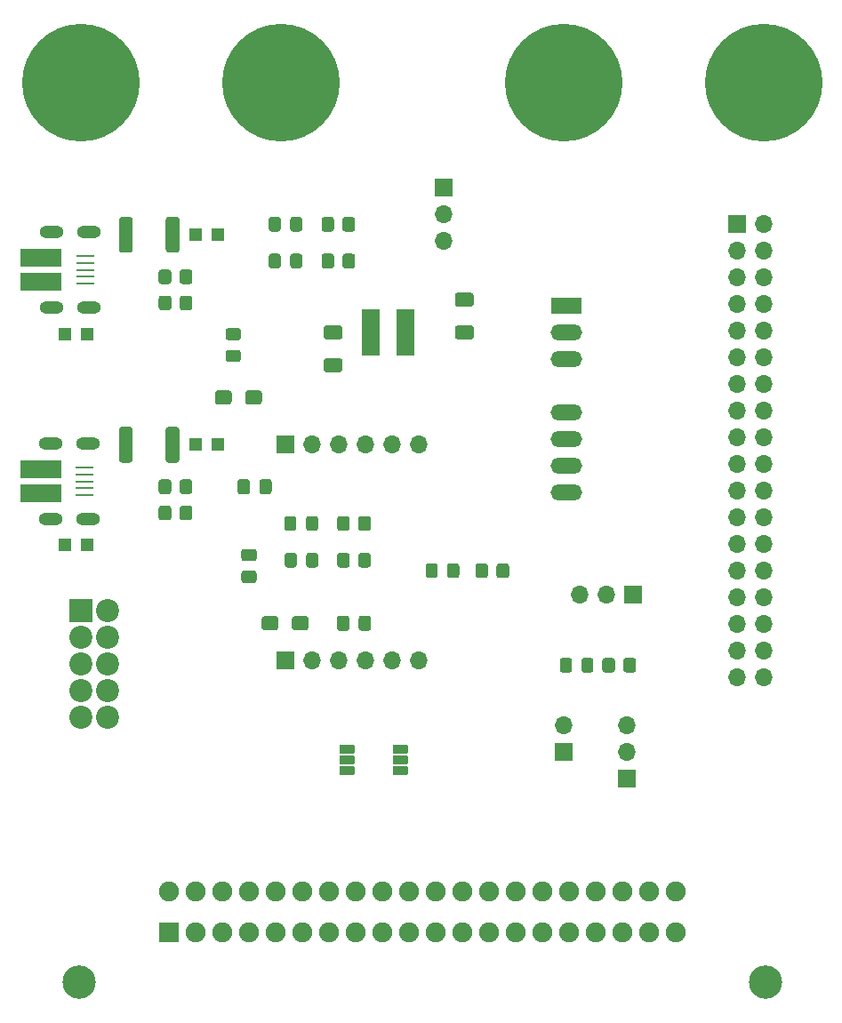
<source format=gts>
%TF.GenerationSoftware,KiCad,Pcbnew,(5.1.7)-1*%
%TF.CreationDate,2020-11-29T12:14:47-06:00*%
%TF.ProjectId,Programmer Board,50726f67-7261-46d6-9d65-7220426f6172,A*%
%TF.SameCoordinates,Original*%
%TF.FileFunction,Soldermask,Top*%
%TF.FilePolarity,Negative*%
%FSLAX46Y46*%
G04 Gerber Fmt 4.6, Leading zero omitted, Abs format (unit mm)*
G04 Created by KiCad (PCBNEW (5.1.7)-1) date 2020-11-29 12:14:47*
%MOMM*%
%LPD*%
G01*
G04 APERTURE LIST*
%ADD10R,1.750000X4.500000*%
%ADD11O,1.700000X1.700000*%
%ADD12R,1.700000X1.700000*%
%ADD13R,1.700000X0.250000*%
%ADD14O,2.300000X1.200000*%
%ADD15R,3.900000X1.800000*%
%ADD16R,1.200000X1.200000*%
%ADD17C,11.200000*%
%ADD18C,2.200000*%
%ADD19R,2.200000X2.200000*%
%ADD20C,3.180000*%
%ADD21C,1.900000*%
%ADD22R,1.900000X1.900000*%
%ADD23O,3.000000X1.500000*%
%ADD24R,3.000000X1.500000*%
G04 APERTURE END LIST*
D10*
%TO.C,L1*%
X145875000Y-103050000D03*
X142625000Y-103050000D03*
%TD*%
%TO.C,R9*%
G36*
G01*
X154565001Y-126200001D02*
X154565001Y-125299999D01*
G75*
G02*
X154815000Y-125050000I249999J0D01*
G01*
X155515002Y-125050000D01*
G75*
G02*
X155765001Y-125299999I0J-249999D01*
G01*
X155765001Y-126200001D01*
G75*
G02*
X155515002Y-126450000I-249999J0D01*
G01*
X154815000Y-126450000D01*
G75*
G02*
X154565001Y-126200001I0J249999D01*
G01*
G37*
G36*
G01*
X152565001Y-126200001D02*
X152565001Y-125299999D01*
G75*
G02*
X152815000Y-125050000I249999J0D01*
G01*
X153515002Y-125050000D01*
G75*
G02*
X153765001Y-125299999I0J-249999D01*
G01*
X153765001Y-126200001D01*
G75*
G02*
X153515002Y-126450000I-249999J0D01*
G01*
X152815000Y-126450000D01*
G75*
G02*
X152565001Y-126200001I0J249999D01*
G01*
G37*
%TD*%
%TO.C,D2*%
G36*
G01*
X148970001Y-125299999D02*
X148970001Y-126200001D01*
G75*
G02*
X148720002Y-126450000I-249999J0D01*
G01*
X148070000Y-126450000D01*
G75*
G02*
X147820001Y-126200001I0J249999D01*
G01*
X147820001Y-125299999D01*
G75*
G02*
X148070000Y-125050000I249999J0D01*
G01*
X148720002Y-125050000D01*
G75*
G02*
X148970001Y-125299999I0J-249999D01*
G01*
G37*
G36*
G01*
X151020001Y-125299999D02*
X151020001Y-126200001D01*
G75*
G02*
X150770002Y-126450000I-249999J0D01*
G01*
X150120000Y-126450000D01*
G75*
G02*
X149870001Y-126200001I0J249999D01*
G01*
X149870001Y-125299999D01*
G75*
G02*
X150120000Y-125050000I249999J0D01*
G01*
X150770002Y-125050000D01*
G75*
G02*
X151020001Y-125299999I0J-249999D01*
G01*
G37*
%TD*%
%TO.C,R8*%
G36*
G01*
X123600000Y-117299999D02*
X123600000Y-118200001D01*
G75*
G02*
X123350001Y-118450000I-249999J0D01*
G01*
X122649999Y-118450000D01*
G75*
G02*
X122400000Y-118200001I0J249999D01*
G01*
X122400000Y-117299999D01*
G75*
G02*
X122649999Y-117050000I249999J0D01*
G01*
X123350001Y-117050000D01*
G75*
G02*
X123600000Y-117299999I0J-249999D01*
G01*
G37*
G36*
G01*
X125600000Y-117299999D02*
X125600000Y-118200001D01*
G75*
G02*
X125350001Y-118450000I-249999J0D01*
G01*
X124649999Y-118450000D01*
G75*
G02*
X124400000Y-118200001I0J249999D01*
G01*
X124400000Y-117299999D01*
G75*
G02*
X124649999Y-117050000I249999J0D01*
G01*
X125350001Y-117050000D01*
G75*
G02*
X125600000Y-117299999I0J-249999D01*
G01*
G37*
%TD*%
%TO.C,R7*%
G36*
G01*
X140600000Y-120799999D02*
X140600000Y-121700001D01*
G75*
G02*
X140350001Y-121950000I-249999J0D01*
G01*
X139649999Y-121950000D01*
G75*
G02*
X139400000Y-121700001I0J249999D01*
G01*
X139400000Y-120799999D01*
G75*
G02*
X139649999Y-120550000I249999J0D01*
G01*
X140350001Y-120550000D01*
G75*
G02*
X140600000Y-120799999I0J-249999D01*
G01*
G37*
G36*
G01*
X142600000Y-120799999D02*
X142600000Y-121700001D01*
G75*
G02*
X142350001Y-121950000I-249999J0D01*
G01*
X141649999Y-121950000D01*
G75*
G02*
X141400000Y-121700001I0J249999D01*
G01*
X141400000Y-120799999D01*
G75*
G02*
X141649999Y-120550000I249999J0D01*
G01*
X142350001Y-120550000D01*
G75*
G02*
X142600000Y-120799999I0J-249999D01*
G01*
G37*
%TD*%
%TO.C,R6*%
G36*
G01*
X123600000Y-119799999D02*
X123600000Y-120700001D01*
G75*
G02*
X123350001Y-120950000I-249999J0D01*
G01*
X122649999Y-120950000D01*
G75*
G02*
X122400000Y-120700001I0J249999D01*
G01*
X122400000Y-119799999D01*
G75*
G02*
X122649999Y-119550000I249999J0D01*
G01*
X123350001Y-119550000D01*
G75*
G02*
X123600000Y-119799999I0J-249999D01*
G01*
G37*
G36*
G01*
X125600000Y-119799999D02*
X125600000Y-120700001D01*
G75*
G02*
X125350001Y-120950000I-249999J0D01*
G01*
X124649999Y-120950000D01*
G75*
G02*
X124400000Y-120700001I0J249999D01*
G01*
X124400000Y-119799999D01*
G75*
G02*
X124649999Y-119550000I249999J0D01*
G01*
X125350001Y-119550000D01*
G75*
G02*
X125600000Y-119799999I0J-249999D01*
G01*
G37*
%TD*%
%TO.C,R4*%
G36*
G01*
X140600000Y-124299999D02*
X140600000Y-125200001D01*
G75*
G02*
X140350001Y-125450000I-249999J0D01*
G01*
X139649999Y-125450000D01*
G75*
G02*
X139400000Y-125200001I0J249999D01*
G01*
X139400000Y-124299999D01*
G75*
G02*
X139649999Y-124050000I249999J0D01*
G01*
X140350001Y-124050000D01*
G75*
G02*
X140600000Y-124299999I0J-249999D01*
G01*
G37*
G36*
G01*
X142600000Y-124299999D02*
X142600000Y-125200001D01*
G75*
G02*
X142350001Y-125450000I-249999J0D01*
G01*
X141649999Y-125450000D01*
G75*
G02*
X141400000Y-125200001I0J249999D01*
G01*
X141400000Y-124299999D01*
G75*
G02*
X141649999Y-124050000I249999J0D01*
G01*
X142350001Y-124050000D01*
G75*
G02*
X142600000Y-124299999I0J-249999D01*
G01*
G37*
%TD*%
D11*
%TO.C,J8*%
X147200000Y-134250000D03*
X144660000Y-134250000D03*
X142120000Y-134250000D03*
X139580000Y-134250000D03*
X137040000Y-134250000D03*
D12*
X134500000Y-134250000D03*
%TD*%
D13*
%TO.C,J3*%
X115350000Y-118550000D03*
X115350000Y-117900000D03*
X115350000Y-117250000D03*
X115350000Y-116600000D03*
X115350000Y-115950000D03*
D14*
X115700000Y-120850000D03*
X112150000Y-120850000D03*
X115700000Y-113650000D03*
X112150000Y-113650000D03*
D15*
X111150000Y-118400000D03*
X111150000Y-116100000D03*
%TD*%
D11*
%TO.C,J1*%
X147200000Y-113750000D03*
X144660000Y-113750000D03*
X142120000Y-113750000D03*
X139580000Y-113750000D03*
X137040000Y-113750000D03*
D12*
X134500000Y-113750000D03*
%TD*%
D16*
%TO.C,FB4*%
X125950000Y-113750000D03*
X128050000Y-113750000D03*
%TD*%
%TO.C,FB3*%
X113450000Y-123250000D03*
X115550000Y-123250000D03*
%TD*%
%TO.C,F4*%
G36*
G01*
X119925000Y-112300000D02*
X119925000Y-115200000D01*
G75*
G02*
X119675000Y-115450000I-250000J0D01*
G01*
X118875000Y-115450000D01*
G75*
G02*
X118625000Y-115200000I0J250000D01*
G01*
X118625000Y-112300000D01*
G75*
G02*
X118875000Y-112050000I250000J0D01*
G01*
X119675000Y-112050000D01*
G75*
G02*
X119925000Y-112300000I0J-250000D01*
G01*
G37*
G36*
G01*
X124375000Y-112300000D02*
X124375000Y-115200000D01*
G75*
G02*
X124125000Y-115450000I-250000J0D01*
G01*
X123325000Y-115450000D01*
G75*
G02*
X123075000Y-115200000I0J250000D01*
G01*
X123075000Y-112300000D01*
G75*
G02*
X123325000Y-112050000I250000J0D01*
G01*
X124125000Y-112050000D01*
G75*
G02*
X124375000Y-112300000I0J-250000D01*
G01*
G37*
%TD*%
%TO.C,D6*%
G36*
G01*
X136425000Y-121700001D02*
X136425000Y-120799999D01*
G75*
G02*
X136674999Y-120550000I249999J0D01*
G01*
X137325001Y-120550000D01*
G75*
G02*
X137575000Y-120799999I0J-249999D01*
G01*
X137575000Y-121700001D01*
G75*
G02*
X137325001Y-121950000I-249999J0D01*
G01*
X136674999Y-121950000D01*
G75*
G02*
X136425000Y-121700001I0J249999D01*
G01*
G37*
G36*
G01*
X134375000Y-121700001D02*
X134375000Y-120799999D01*
G75*
G02*
X134624999Y-120550000I249999J0D01*
G01*
X135275001Y-120550000D01*
G75*
G02*
X135525000Y-120799999I0J-249999D01*
G01*
X135525000Y-121700001D01*
G75*
G02*
X135275001Y-121950000I-249999J0D01*
G01*
X134624999Y-121950000D01*
G75*
G02*
X134375000Y-121700001I0J249999D01*
G01*
G37*
%TD*%
%TO.C,D1*%
G36*
G01*
X136450000Y-125200001D02*
X136450000Y-124299999D01*
G75*
G02*
X136699999Y-124050000I249999J0D01*
G01*
X137350001Y-124050000D01*
G75*
G02*
X137600000Y-124299999I0J-249999D01*
G01*
X137600000Y-125200001D01*
G75*
G02*
X137350001Y-125450000I-249999J0D01*
G01*
X136699999Y-125450000D01*
G75*
G02*
X136450000Y-125200001I0J249999D01*
G01*
G37*
G36*
G01*
X134400000Y-125200001D02*
X134400000Y-124299999D01*
G75*
G02*
X134649999Y-124050000I249999J0D01*
G01*
X135300001Y-124050000D01*
G75*
G02*
X135550000Y-124299999I0J-249999D01*
G01*
X135550000Y-125200001D01*
G75*
G02*
X135300001Y-125450000I-249999J0D01*
G01*
X134649999Y-125450000D01*
G75*
G02*
X134400000Y-125200001I0J249999D01*
G01*
G37*
%TD*%
%TO.C,C10*%
G36*
G01*
X133787500Y-130324999D02*
X133787500Y-131175001D01*
G75*
G02*
X133537501Y-131425000I-249999J0D01*
G01*
X132462499Y-131425000D01*
G75*
G02*
X132212500Y-131175001I0J249999D01*
G01*
X132212500Y-130324999D01*
G75*
G02*
X132462499Y-130075000I249999J0D01*
G01*
X133537501Y-130075000D01*
G75*
G02*
X133787500Y-130324999I0J-249999D01*
G01*
G37*
G36*
G01*
X136662500Y-130324999D02*
X136662500Y-131175001D01*
G75*
G02*
X136412501Y-131425000I-249999J0D01*
G01*
X135337499Y-131425000D01*
G75*
G02*
X135087500Y-131175001I0J249999D01*
G01*
X135087500Y-130324999D01*
G75*
G02*
X135337499Y-130075000I249999J0D01*
G01*
X136412501Y-130075000D01*
G75*
G02*
X136662500Y-130324999I0J-249999D01*
G01*
G37*
%TD*%
%TO.C,C2*%
G36*
G01*
X130525000Y-125737500D02*
X131475000Y-125737500D01*
G75*
G02*
X131725000Y-125987500I0J-250000D01*
G01*
X131725000Y-126662500D01*
G75*
G02*
X131475000Y-126912500I-250000J0D01*
G01*
X130525000Y-126912500D01*
G75*
G02*
X130275000Y-126662500I0J250000D01*
G01*
X130275000Y-125987500D01*
G75*
G02*
X130525000Y-125737500I250000J0D01*
G01*
G37*
G36*
G01*
X130525000Y-123662500D02*
X131475000Y-123662500D01*
G75*
G02*
X131725000Y-123912500I0J-250000D01*
G01*
X131725000Y-124587500D01*
G75*
G02*
X131475000Y-124837500I-250000J0D01*
G01*
X130525000Y-124837500D01*
G75*
G02*
X130275000Y-124587500I0J250000D01*
G01*
X130275000Y-123912500D01*
G75*
G02*
X130525000Y-123662500I250000J0D01*
G01*
G37*
%TD*%
%TO.C,C1*%
G36*
G01*
X131087500Y-117275000D02*
X131087500Y-118225000D01*
G75*
G02*
X130837500Y-118475000I-250000J0D01*
G01*
X130162500Y-118475000D01*
G75*
G02*
X129912500Y-118225000I0J250000D01*
G01*
X129912500Y-117275000D01*
G75*
G02*
X130162500Y-117025000I250000J0D01*
G01*
X130837500Y-117025000D01*
G75*
G02*
X131087500Y-117275000I0J-250000D01*
G01*
G37*
G36*
G01*
X133162500Y-117275000D02*
X133162500Y-118225000D01*
G75*
G02*
X132912500Y-118475000I-250000J0D01*
G01*
X132237500Y-118475000D01*
G75*
G02*
X131987500Y-118225000I0J250000D01*
G01*
X131987500Y-117275000D01*
G75*
G02*
X132237500Y-117025000I250000J0D01*
G01*
X132912500Y-117025000D01*
G75*
G02*
X133162500Y-117275000I0J-250000D01*
G01*
G37*
%TD*%
D17*
%TO.C,E1*%
X115000000Y-79250000D03*
%TD*%
%TO.C,E4*%
X180000000Y-79250000D03*
%TD*%
%TO.C,E3*%
X160950000Y-79250000D03*
%TD*%
%TO.C,E2*%
X134050000Y-79250000D03*
%TD*%
D13*
%TO.C,J4*%
X115385000Y-98400000D03*
X115385000Y-97750000D03*
X115385000Y-97100000D03*
X115385000Y-96450000D03*
X115385000Y-95800000D03*
D14*
X115735000Y-100700000D03*
X112185000Y-100700000D03*
X115735000Y-93500000D03*
X112185000Y-93500000D03*
D15*
X111185000Y-98250000D03*
X111185000Y-95950000D03*
%TD*%
%TO.C,F3*%
G36*
G01*
X119925000Y-92300000D02*
X119925000Y-95200000D01*
G75*
G02*
X119675000Y-95450000I-250000J0D01*
G01*
X118875000Y-95450000D01*
G75*
G02*
X118625000Y-95200000I0J250000D01*
G01*
X118625000Y-92300000D01*
G75*
G02*
X118875000Y-92050000I250000J0D01*
G01*
X119675000Y-92050000D01*
G75*
G02*
X119925000Y-92300000I0J-250000D01*
G01*
G37*
G36*
G01*
X124375000Y-92300000D02*
X124375000Y-95200000D01*
G75*
G02*
X124125000Y-95450000I-250000J0D01*
G01*
X123325000Y-95450000D01*
G75*
G02*
X123075000Y-95200000I0J250000D01*
G01*
X123075000Y-92300000D01*
G75*
G02*
X123325000Y-92050000I250000J0D01*
G01*
X124125000Y-92050000D01*
G75*
G02*
X124375000Y-92300000I0J-250000D01*
G01*
G37*
%TD*%
%TO.C,R5*%
G36*
G01*
X139100000Y-92299999D02*
X139100000Y-93200001D01*
G75*
G02*
X138850001Y-93450000I-249999J0D01*
G01*
X138149999Y-93450000D01*
G75*
G02*
X137900000Y-93200001I0J249999D01*
G01*
X137900000Y-92299999D01*
G75*
G02*
X138149999Y-92050000I249999J0D01*
G01*
X138850001Y-92050000D01*
G75*
G02*
X139100000Y-92299999I0J-249999D01*
G01*
G37*
G36*
G01*
X141100000Y-92299999D02*
X141100000Y-93200001D01*
G75*
G02*
X140850001Y-93450000I-249999J0D01*
G01*
X140149999Y-93450000D01*
G75*
G02*
X139900000Y-93200001I0J249999D01*
G01*
X139900000Y-92299999D01*
G75*
G02*
X140149999Y-92050000I249999J0D01*
G01*
X140850001Y-92050000D01*
G75*
G02*
X141100000Y-92299999I0J-249999D01*
G01*
G37*
%TD*%
%TO.C,R3*%
G36*
G01*
X139100000Y-95799999D02*
X139100000Y-96700001D01*
G75*
G02*
X138850001Y-96950000I-249999J0D01*
G01*
X138149999Y-96950000D01*
G75*
G02*
X137900000Y-96700001I0J249999D01*
G01*
X137900000Y-95799999D01*
G75*
G02*
X138149999Y-95550000I249999J0D01*
G01*
X138850001Y-95550000D01*
G75*
G02*
X139100000Y-95799999I0J-249999D01*
G01*
G37*
G36*
G01*
X141100000Y-95799999D02*
X141100000Y-96700001D01*
G75*
G02*
X140850001Y-96950000I-249999J0D01*
G01*
X140149999Y-96950000D01*
G75*
G02*
X139900000Y-96700001I0J249999D01*
G01*
X139900000Y-95799999D01*
G75*
G02*
X140149999Y-95550000I249999J0D01*
G01*
X140850001Y-95550000D01*
G75*
G02*
X141100000Y-95799999I0J-249999D01*
G01*
G37*
%TD*%
%TO.C,D5*%
G36*
G01*
X134925000Y-93200001D02*
X134925000Y-92299999D01*
G75*
G02*
X135174999Y-92050000I249999J0D01*
G01*
X135825001Y-92050000D01*
G75*
G02*
X136075000Y-92299999I0J-249999D01*
G01*
X136075000Y-93200001D01*
G75*
G02*
X135825001Y-93450000I-249999J0D01*
G01*
X135174999Y-93450000D01*
G75*
G02*
X134925000Y-93200001I0J249999D01*
G01*
G37*
G36*
G01*
X132875000Y-93200001D02*
X132875000Y-92299999D01*
G75*
G02*
X133124999Y-92050000I249999J0D01*
G01*
X133775001Y-92050000D01*
G75*
G02*
X134025000Y-92299999I0J-249999D01*
G01*
X134025000Y-93200001D01*
G75*
G02*
X133775001Y-93450000I-249999J0D01*
G01*
X133124999Y-93450000D01*
G75*
G02*
X132875000Y-93200001I0J249999D01*
G01*
G37*
%TD*%
%TO.C,D4*%
G36*
G01*
X134925000Y-96700001D02*
X134925000Y-95799999D01*
G75*
G02*
X135174999Y-95550000I249999J0D01*
G01*
X135825001Y-95550000D01*
G75*
G02*
X136075000Y-95799999I0J-249999D01*
G01*
X136075000Y-96700001D01*
G75*
G02*
X135825001Y-96950000I-249999J0D01*
G01*
X135174999Y-96950000D01*
G75*
G02*
X134925000Y-96700001I0J249999D01*
G01*
G37*
G36*
G01*
X132875000Y-96700001D02*
X132875000Y-95799999D01*
G75*
G02*
X133124999Y-95550000I249999J0D01*
G01*
X133775001Y-95550000D01*
G75*
G02*
X134025000Y-95799999I0J-249999D01*
G01*
X134025000Y-96700001D01*
G75*
G02*
X133775001Y-96950000I-249999J0D01*
G01*
X133124999Y-96950000D01*
G75*
G02*
X132875000Y-96700001I0J249999D01*
G01*
G37*
%TD*%
%TO.C,C6*%
G36*
G01*
X129025000Y-104700000D02*
X129975000Y-104700000D01*
G75*
G02*
X130225000Y-104950000I0J-250000D01*
G01*
X130225000Y-105625000D01*
G75*
G02*
X129975000Y-105875000I-250000J0D01*
G01*
X129025000Y-105875000D01*
G75*
G02*
X128775000Y-105625000I0J250000D01*
G01*
X128775000Y-104950000D01*
G75*
G02*
X129025000Y-104700000I250000J0D01*
G01*
G37*
G36*
G01*
X129025000Y-102625000D02*
X129975000Y-102625000D01*
G75*
G02*
X130225000Y-102875000I0J-250000D01*
G01*
X130225000Y-103550000D01*
G75*
G02*
X129975000Y-103800000I-250000J0D01*
G01*
X129025000Y-103800000D01*
G75*
G02*
X128775000Y-103550000I0J250000D01*
G01*
X128775000Y-102875000D01*
G75*
G02*
X129025000Y-102625000I250000J0D01*
G01*
G37*
%TD*%
%TO.C,C3*%
G36*
G01*
X141450000Y-131225000D02*
X141450000Y-130275000D01*
G75*
G02*
X141700000Y-130025000I250000J0D01*
G01*
X142375000Y-130025000D01*
G75*
G02*
X142625000Y-130275000I0J-250000D01*
G01*
X142625000Y-131225000D01*
G75*
G02*
X142375000Y-131475000I-250000J0D01*
G01*
X141700000Y-131475000D01*
G75*
G02*
X141450000Y-131225000I0J250000D01*
G01*
G37*
G36*
G01*
X139375000Y-131225000D02*
X139375000Y-130275000D01*
G75*
G02*
X139625000Y-130025000I250000J0D01*
G01*
X140300000Y-130025000D01*
G75*
G02*
X140550000Y-130275000I0J-250000D01*
G01*
X140550000Y-131225000D01*
G75*
G02*
X140300000Y-131475000I-250000J0D01*
G01*
X139625000Y-131475000D01*
G75*
G02*
X139375000Y-131225000I0J250000D01*
G01*
G37*
%TD*%
D18*
%TO.C,J7*%
X114960000Y-139710000D03*
X117500000Y-139710000D03*
X114960000Y-137170000D03*
X117500000Y-137170000D03*
X114960000Y-134630000D03*
X117500000Y-134630000D03*
X114960000Y-132090000D03*
X117500000Y-132090000D03*
D19*
X114960000Y-129550000D03*
D18*
X117500000Y-129550000D03*
%TD*%
%TO.C,D3*%
G36*
G01*
X161750000Y-134299999D02*
X161750000Y-135200001D01*
G75*
G02*
X161500001Y-135450000I-249999J0D01*
G01*
X160849999Y-135450000D01*
G75*
G02*
X160600000Y-135200001I0J249999D01*
G01*
X160600000Y-134299999D01*
G75*
G02*
X160849999Y-134050000I249999J0D01*
G01*
X161500001Y-134050000D01*
G75*
G02*
X161750000Y-134299999I0J-249999D01*
G01*
G37*
G36*
G01*
X163800000Y-134299999D02*
X163800000Y-135200001D01*
G75*
G02*
X163550001Y-135450000I-249999J0D01*
G01*
X162899999Y-135450000D01*
G75*
G02*
X162650000Y-135200001I0J249999D01*
G01*
X162650000Y-134299999D01*
G75*
G02*
X162899999Y-134050000I249999J0D01*
G01*
X163550001Y-134050000D01*
G75*
G02*
X163800000Y-134299999I0J-249999D01*
G01*
G37*
%TD*%
D20*
%TO.C,J5*%
X114795000Y-164920000D03*
X180205000Y-164920000D03*
D21*
X151310000Y-156270000D03*
X156390000Y-160230000D03*
X148770000Y-156270000D03*
X148770000Y-160230000D03*
X151310000Y-160230000D03*
X158930000Y-156270000D03*
X164010000Y-160230000D03*
X156390000Y-156270000D03*
X161470000Y-156270000D03*
X164010000Y-156270000D03*
X169090000Y-156270000D03*
X171630000Y-156270000D03*
X153850000Y-160230000D03*
X158930000Y-160230000D03*
X153850000Y-156270000D03*
X166550000Y-156270000D03*
X161470000Y-160230000D03*
X166550000Y-160230000D03*
X171630000Y-160230000D03*
X169090000Y-160230000D03*
X146230000Y-156270000D03*
X143690000Y-156270000D03*
X143690000Y-160230000D03*
X146230000Y-160230000D03*
X136070000Y-156270000D03*
X141150000Y-160230000D03*
X133530000Y-156270000D03*
X133530000Y-160230000D03*
X136070000Y-160230000D03*
X141150000Y-156270000D03*
X138610000Y-160230000D03*
X138610000Y-156270000D03*
X130990000Y-156270000D03*
X128450000Y-156270000D03*
X128450000Y-160230000D03*
X130990000Y-160230000D03*
X125910000Y-156270000D03*
X125910000Y-160230000D03*
X123370000Y-156270000D03*
D22*
X123370000Y-160230000D03*
%TD*%
%TO.C,JP2*%
G36*
G01*
X140970000Y-143167100D02*
X139700000Y-143167100D01*
G75*
G02*
X139598400Y-143065500I0J101600D01*
G01*
X139598400Y-142430500D01*
G75*
G02*
X139700000Y-142328900I101600J0D01*
G01*
X140970000Y-142328900D01*
G75*
G02*
X141071600Y-142430500I0J-101600D01*
G01*
X141071600Y-143065500D01*
G75*
G02*
X140970000Y-143167100I-101600J0D01*
G01*
G37*
G36*
G01*
X140970000Y-144183100D02*
X139700000Y-144183100D01*
G75*
G02*
X139598400Y-144081500I0J101600D01*
G01*
X139598400Y-143446500D01*
G75*
G02*
X139700000Y-143344900I101600J0D01*
G01*
X140970000Y-143344900D01*
G75*
G02*
X141071600Y-143446500I0J-101600D01*
G01*
X141071600Y-144081500D01*
G75*
G02*
X140970000Y-144183100I-101600J0D01*
G01*
G37*
G36*
G01*
X140970000Y-145199100D02*
X139700000Y-145199100D01*
G75*
G02*
X139598400Y-145097500I0J101600D01*
G01*
X139598400Y-144462500D01*
G75*
G02*
X139700000Y-144360900I101600J0D01*
G01*
X140970000Y-144360900D01*
G75*
G02*
X141071600Y-144462500I0J-101600D01*
G01*
X141071600Y-145097500D01*
G75*
G02*
X140970000Y-145199100I-101600J0D01*
G01*
G37*
%TD*%
%TO.C,JP1*%
G36*
G01*
X144780000Y-144360900D02*
X146050000Y-144360900D01*
G75*
G02*
X146151600Y-144462500I0J-101600D01*
G01*
X146151600Y-145097500D01*
G75*
G02*
X146050000Y-145199100I-101600J0D01*
G01*
X144780000Y-145199100D01*
G75*
G02*
X144678400Y-145097500I0J101600D01*
G01*
X144678400Y-144462500D01*
G75*
G02*
X144780000Y-144360900I101600J0D01*
G01*
G37*
G36*
G01*
X144780000Y-143344900D02*
X146050000Y-143344900D01*
G75*
G02*
X146151600Y-143446500I0J-101600D01*
G01*
X146151600Y-144081500D01*
G75*
G02*
X146050000Y-144183100I-101600J0D01*
G01*
X144780000Y-144183100D01*
G75*
G02*
X144678400Y-144081500I0J101600D01*
G01*
X144678400Y-143446500D01*
G75*
G02*
X144780000Y-143344900I101600J0D01*
G01*
G37*
G36*
G01*
X144780000Y-142328900D02*
X146050000Y-142328900D01*
G75*
G02*
X146151600Y-142430500I0J-101600D01*
G01*
X146151600Y-143065500D01*
G75*
G02*
X146050000Y-143167100I-101600J0D01*
G01*
X144780000Y-143167100D01*
G75*
G02*
X144678400Y-143065500I0J101600D01*
G01*
X144678400Y-142430500D01*
G75*
G02*
X144780000Y-142328900I101600J0D01*
G01*
G37*
%TD*%
D23*
%TO.C,U2*%
X161250000Y-118280000D03*
X161250000Y-115740000D03*
X161250000Y-105580000D03*
X161250000Y-113200000D03*
X161250000Y-110660000D03*
X161250000Y-103040000D03*
D24*
X161250000Y-100500000D03*
%TD*%
%TO.C,R12*%
G36*
G01*
X166650000Y-135200001D02*
X166650000Y-134299999D01*
G75*
G02*
X166899999Y-134050000I249999J0D01*
G01*
X167600001Y-134050000D01*
G75*
G02*
X167850000Y-134299999I0J-249999D01*
G01*
X167850000Y-135200001D01*
G75*
G02*
X167600001Y-135450000I-249999J0D01*
G01*
X166899999Y-135450000D01*
G75*
G02*
X166650000Y-135200001I0J249999D01*
G01*
G37*
G36*
G01*
X164650000Y-135200001D02*
X164650000Y-134299999D01*
G75*
G02*
X164899999Y-134050000I249999J0D01*
G01*
X165600001Y-134050000D01*
G75*
G02*
X165850000Y-134299999I0J-249999D01*
G01*
X165850000Y-135200001D01*
G75*
G02*
X165600001Y-135450000I-249999J0D01*
G01*
X164899999Y-135450000D01*
G75*
G02*
X164650000Y-135200001I0J249999D01*
G01*
G37*
%TD*%
%TO.C,R2*%
G36*
G01*
X123600000Y-97299999D02*
X123600000Y-98200001D01*
G75*
G02*
X123350001Y-98450000I-249999J0D01*
G01*
X122649999Y-98450000D01*
G75*
G02*
X122400000Y-98200001I0J249999D01*
G01*
X122400000Y-97299999D01*
G75*
G02*
X122649999Y-97050000I249999J0D01*
G01*
X123350001Y-97050000D01*
G75*
G02*
X123600000Y-97299999I0J-249999D01*
G01*
G37*
G36*
G01*
X125600000Y-97299999D02*
X125600000Y-98200001D01*
G75*
G02*
X125350001Y-98450000I-249999J0D01*
G01*
X124649999Y-98450000D01*
G75*
G02*
X124400000Y-98200001I0J249999D01*
G01*
X124400000Y-97299999D01*
G75*
G02*
X124649999Y-97050000I249999J0D01*
G01*
X125350001Y-97050000D01*
G75*
G02*
X125600000Y-97299999I0J-249999D01*
G01*
G37*
%TD*%
%TO.C,R1*%
G36*
G01*
X123600000Y-99799600D02*
X123600000Y-100700400D01*
G75*
G02*
X123350400Y-100950000I-249600J0D01*
G01*
X122649600Y-100950000D01*
G75*
G02*
X122400000Y-100700400I0J249600D01*
G01*
X122400000Y-99799600D01*
G75*
G02*
X122649600Y-99550000I249600J0D01*
G01*
X123350400Y-99550000D01*
G75*
G02*
X123600000Y-99799600I0J-249600D01*
G01*
G37*
G36*
G01*
X125600000Y-99799999D02*
X125600000Y-100700001D01*
G75*
G02*
X125350001Y-100950000I-249999J0D01*
G01*
X124649999Y-100950000D01*
G75*
G02*
X124400000Y-100700001I0J249999D01*
G01*
X124400000Y-99799999D01*
G75*
G02*
X124649999Y-99550000I249999J0D01*
G01*
X125350001Y-99550000D01*
G75*
G02*
X125600000Y-99799999I0J-249999D01*
G01*
G37*
%TD*%
D11*
%TO.C,J13*%
X161000000Y-140460000D03*
D12*
X161000000Y-143000000D03*
%TD*%
D11*
%TO.C,J10*%
X162460000Y-128000000D03*
X165000000Y-128000000D03*
D12*
X167540000Y-128000000D03*
%TD*%
D11*
%TO.C,J9*%
X180040000Y-135930000D03*
X177500000Y-135930000D03*
X180040000Y-133390000D03*
X177500000Y-133390000D03*
X180040000Y-130850000D03*
X177500000Y-130850000D03*
X180040000Y-128310000D03*
X177500000Y-128310000D03*
X180040000Y-125770000D03*
X177500000Y-125770000D03*
X180040000Y-123230000D03*
X177500000Y-123230000D03*
X180040000Y-120690000D03*
X177500000Y-120690000D03*
X180040000Y-118150000D03*
X177500000Y-118150000D03*
X180040000Y-115610000D03*
X177500000Y-115610000D03*
X180040000Y-113070000D03*
X177500000Y-113070000D03*
X180040000Y-110530000D03*
X177500000Y-110530000D03*
X180040000Y-107990000D03*
X177500000Y-107990000D03*
X180040000Y-105450000D03*
X177500000Y-105450000D03*
X180040000Y-102910000D03*
X177500000Y-102910000D03*
X180040000Y-100370000D03*
X177500000Y-100370000D03*
X180040000Y-97830000D03*
X177500000Y-97830000D03*
X180040000Y-95290000D03*
X177500000Y-95290000D03*
X180040000Y-92750000D03*
D12*
X177500000Y-92750000D03*
%TD*%
D11*
%TO.C,J6*%
X167000000Y-140470000D03*
X167000000Y-143010000D03*
D12*
X167000000Y-145550000D03*
%TD*%
D11*
%TO.C,J2*%
X149500000Y-94330000D03*
X149500000Y-91790000D03*
D12*
X149500000Y-89250000D03*
%TD*%
D16*
%TO.C,FB2*%
X125950000Y-93750000D03*
X128050000Y-93750000D03*
%TD*%
%TO.C,FB1*%
X113450000Y-103250000D03*
X115550000Y-103250000D03*
%TD*%
%TO.C,C9*%
G36*
G01*
X152150003Y-100587500D02*
X150849997Y-100587500D01*
G75*
G02*
X150600000Y-100337503I0J249997D01*
G01*
X150600000Y-99512497D01*
G75*
G02*
X150849997Y-99262500I249997J0D01*
G01*
X152150003Y-99262500D01*
G75*
G02*
X152400000Y-99512497I0J-249997D01*
G01*
X152400000Y-100337503D01*
G75*
G02*
X152150003Y-100587500I-249997J0D01*
G01*
G37*
G36*
G01*
X152150003Y-103712500D02*
X150849997Y-103712500D01*
G75*
G02*
X150600000Y-103462503I0J249997D01*
G01*
X150600000Y-102637497D01*
G75*
G02*
X150849997Y-102387500I249997J0D01*
G01*
X152150003Y-102387500D01*
G75*
G02*
X152400000Y-102637497I0J-249997D01*
G01*
X152400000Y-103462503D01*
G75*
G02*
X152150003Y-103712500I-249997J0D01*
G01*
G37*
%TD*%
%TO.C,C8*%
G36*
G01*
X138349997Y-105512500D02*
X139650003Y-105512500D01*
G75*
G02*
X139900000Y-105762497I0J-249997D01*
G01*
X139900000Y-106587503D01*
G75*
G02*
X139650003Y-106837500I-249997J0D01*
G01*
X138349997Y-106837500D01*
G75*
G02*
X138100000Y-106587503I0J249997D01*
G01*
X138100000Y-105762497D01*
G75*
G02*
X138349997Y-105512500I249997J0D01*
G01*
G37*
G36*
G01*
X138349997Y-102387500D02*
X139650003Y-102387500D01*
G75*
G02*
X139900000Y-102637497I0J-249997D01*
G01*
X139900000Y-103462503D01*
G75*
G02*
X139650003Y-103712500I-249997J0D01*
G01*
X138349997Y-103712500D01*
G75*
G02*
X138100000Y-103462503I0J249997D01*
G01*
X138100000Y-102637497D01*
G75*
G02*
X138349997Y-102387500I249997J0D01*
G01*
G37*
%TD*%
%TO.C,C7*%
G36*
G01*
X129350000Y-108824999D02*
X129350000Y-109675001D01*
G75*
G02*
X129100001Y-109925000I-249999J0D01*
G01*
X128024999Y-109925000D01*
G75*
G02*
X127775000Y-109675001I0J249999D01*
G01*
X127775000Y-108824999D01*
G75*
G02*
X128024999Y-108575000I249999J0D01*
G01*
X129100001Y-108575000D01*
G75*
G02*
X129350000Y-108824999I0J-249999D01*
G01*
G37*
G36*
G01*
X132225000Y-108824999D02*
X132225000Y-109675001D01*
G75*
G02*
X131975001Y-109925000I-249999J0D01*
G01*
X130899999Y-109925000D01*
G75*
G02*
X130650000Y-109675001I0J249999D01*
G01*
X130650000Y-108824999D01*
G75*
G02*
X130899999Y-108575000I249999J0D01*
G01*
X131975001Y-108575000D01*
G75*
G02*
X132225000Y-108824999I0J-249999D01*
G01*
G37*
%TD*%
M02*

</source>
